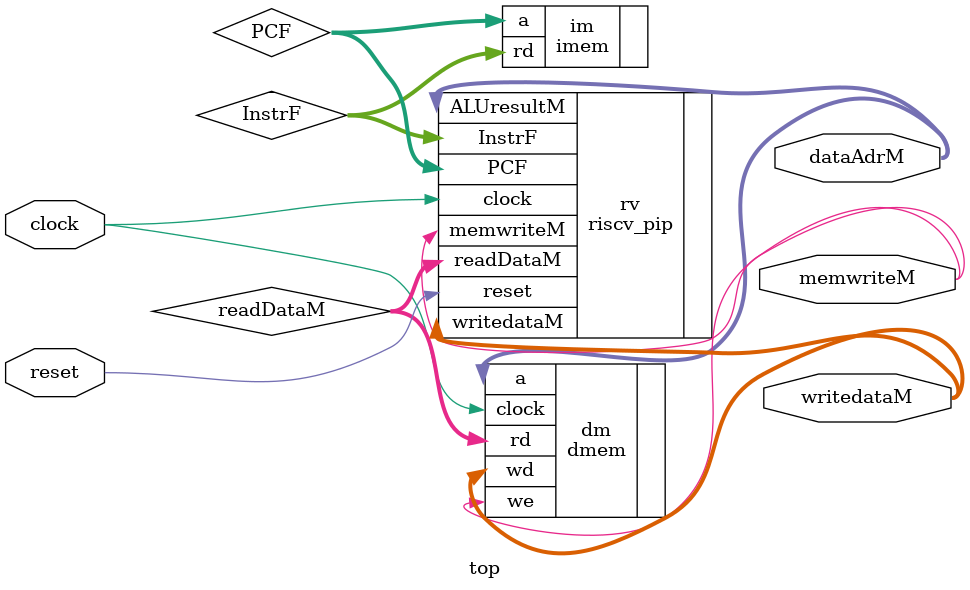
<source format=v>
module top(
    input clock,
    input reset,
    output memwriteM,
    output [31:0] writedataM,
    output [31:0] dataAdrM
);

wire [31:0] PCF, InstrF, readDataM;

riscv_pip rv(
    .clock(clock),
    .reset(reset),
	.readDataM(readDataM),
    .InstrF(InstrF),
    .writedataM(writedataM),
    .ALUresultM(dataAdrM),
	.PCF(PCF),
    .memwriteM(memwriteM)
);

imem im(
    .a(PCF),
    .rd(InstrF)
);

dmem dm(
    .clock(clock),
    .we(memwriteM),
    .a(dataAdrM),
    .wd(writedataM),
    .rd(readDataM)
);

endmodule

</source>
